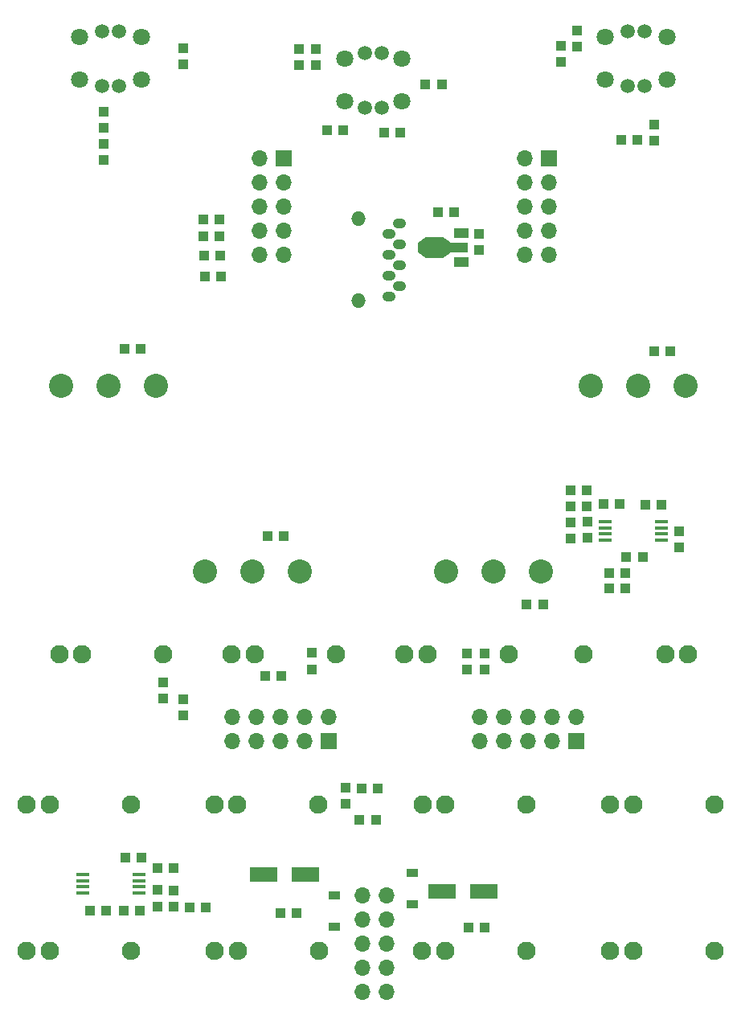
<source format=gbr>
G04 #@! TF.GenerationSoftware,KiCad,Pcbnew,7.0.1-0*
G04 #@! TF.CreationDate,2023-03-29T13:01:15-07:00*
G04 #@! TF.ProjectId,Kit-Trig-Sampler,4b69742d-5472-4696-972d-53616d706c65,rev?*
G04 #@! TF.SameCoordinates,PXb71b00PY73f50f0*
G04 #@! TF.FileFunction,Soldermask,Top*
G04 #@! TF.FilePolarity,Negative*
%FSLAX46Y46*%
G04 Gerber Fmt 4.6, Leading zero omitted, Abs format (unit mm)*
G04 Created by KiCad (PCBNEW 7.0.1-0) date 2023-03-29 13:01:15*
%MOMM*%
%LPD*%
G01*
G04 APERTURE LIST*
G04 Aperture macros list*
%AMOutline4P*
0 Free polygon, 4 corners , with rotation*
0 The origin of the aperture is its center*
0 number of corners: always 4*
0 $1 to $8 corner X, Y*
0 $9 Rotation angle, in degrees counterclockwise*
0 create outline with 4 corners*
4,1,4,$1,$2,$3,$4,$5,$6,$7,$8,$1,$2,$9*%
G04 Aperture macros list end*
%ADD10R,1.000000X1.000000*%
%ADD11R,1.200000X0.900000*%
%ADD12R,1.700000X1.700000*%
%ADD13O,1.700000X1.700000*%
%ADD14R,3.000000X1.600000*%
%ADD15R,1.450000X0.450000*%
%ADD16R,1.500000X1.000000*%
%ADD17R,1.800000X1.000000*%
%ADD18Outline4P,-1.100000X-0.500000X1.100000X-0.500000X0.400000X0.500000X-0.400000X0.500000X270.000000*%
%ADD19R,1.840000X2.200000*%
%ADD20Outline4P,-1.100000X-0.425000X1.100000X-0.425000X0.500000X0.425000X-0.500000X0.425000X90.000000*%
%ADD21C,1.930400*%
%ADD22C,1.800000*%
%ADD23C,1.500000*%
%ADD24O,1.397000X1.092200*%
%ADD25O,1.524000X1.524000*%
%ADD26C,2.540000*%
G04 APERTURE END LIST*
D10*
G04 #@! TO.C,C7*
X49060000Y10330000D03*
X50760000Y10330000D03*
G04 #@! TD*
G04 #@! TO.C,C17*
X31200000Y101210000D03*
X31200000Y102910000D03*
G04 #@! TD*
G04 #@! TO.C,R26*
X33000000Y102910000D03*
X33000000Y101210000D03*
G04 #@! TD*
G04 #@! TO.C,R2*
X50710000Y39230000D03*
X50710000Y37530000D03*
G04 #@! TD*
G04 #@! TO.C,R37*
X59760000Y54710000D03*
X61460000Y54710000D03*
G04 #@! TD*
D11*
G04 #@! TO.C,D2*
X34870000Y10420000D03*
X34870000Y13720000D03*
G04 #@! TD*
D10*
G04 #@! TO.C,R33*
X36050000Y23370000D03*
X36050000Y25070000D03*
G04 #@! TD*
D12*
G04 #@! TO.C,JC1*
X34351978Y30026200D03*
D13*
X34351978Y32566200D03*
X31811978Y30026200D03*
X31811978Y32566200D03*
X29271978Y30026200D03*
X29271978Y32566200D03*
X26731978Y30026200D03*
X26731978Y32566200D03*
X24191978Y30026200D03*
X24191978Y32566200D03*
G04 #@! TD*
D10*
G04 #@! TO.C,R16*
X68600000Y93260000D03*
X68600000Y94960000D03*
G04 #@! TD*
G04 #@! TO.C,C1*
X68620000Y71040000D03*
X70320000Y71040000D03*
G04 #@! TD*
D14*
G04 #@! TO.C,C4*
X46260000Y14130000D03*
X50660000Y14130000D03*
G04 #@! TD*
D10*
G04 #@! TO.C,R5*
X48870000Y39200000D03*
X48870000Y37500000D03*
G04 #@! TD*
G04 #@! TO.C,R14*
X16310000Y14290000D03*
X16310000Y12590000D03*
G04 #@! TD*
G04 #@! TO.C,R25*
X60490000Y104840000D03*
X60490000Y103140000D03*
G04 #@! TD*
G04 #@! TO.C,C15*
X14590000Y17740000D03*
X12890000Y17740000D03*
G04 #@! TD*
G04 #@! TO.C,C19*
X50110000Y81720000D03*
X50110000Y83420000D03*
G04 #@! TD*
G04 #@! TO.C,C20*
X45840000Y85680000D03*
X47540000Y85680000D03*
G04 #@! TD*
D11*
G04 #@! TO.C,D1*
X43160000Y16100000D03*
X43160000Y12800000D03*
G04 #@! TD*
D10*
G04 #@! TO.C,C13*
X69350000Y54880000D03*
X67650000Y54880000D03*
G04 #@! TD*
G04 #@! TO.C,R23*
X44510000Y99160000D03*
X46210000Y99160000D03*
G04 #@! TD*
G04 #@! TO.C,C9*
X27850000Y51610000D03*
X29550000Y51610000D03*
G04 #@! TD*
G04 #@! TO.C,R17*
X37570000Y21730000D03*
X39270000Y21730000D03*
G04 #@! TD*
D15*
G04 #@! TO.C,U1*
X69350000Y51155000D03*
X69350000Y51805000D03*
X69350000Y52455000D03*
X69350000Y53105000D03*
X63450000Y53105000D03*
X63450000Y52455000D03*
X63450000Y51805000D03*
X63450000Y51155000D03*
G04 #@! TD*
D10*
G04 #@! TO.C,R30*
X21080000Y83140000D03*
X22780000Y83140000D03*
G04 #@! TD*
G04 #@! TO.C,R21*
X10600000Y94580000D03*
X10600000Y96280000D03*
G04 #@! TD*
D13*
G04 #@! TO.C,J14*
X37830000Y13770000D03*
X40370000Y13770000D03*
X37830000Y11230000D03*
X40370000Y11230000D03*
X37830000Y8690000D03*
X40370000Y8690000D03*
X37830000Y6150000D03*
X40370000Y6150000D03*
X37830000Y3610000D03*
X40370000Y3610000D03*
G04 #@! TD*
D10*
G04 #@! TO.C,R4*
X16880000Y36160000D03*
X16880000Y34460000D03*
G04 #@! TD*
G04 #@! TO.C,R28*
X21090000Y84970000D03*
X22790000Y84970000D03*
G04 #@! TD*
G04 #@! TO.C,R40*
X65150000Y93320000D03*
X66850000Y93320000D03*
G04 #@! TD*
G04 #@! TO.C,R1*
X71220000Y50390000D03*
X71220000Y52090000D03*
G04 #@! TD*
G04 #@! TO.C,R41*
X10610000Y91170000D03*
X10610000Y92870000D03*
G04 #@! TD*
G04 #@! TO.C,R12*
X17990000Y16580000D03*
X16290000Y16580000D03*
G04 #@! TD*
G04 #@! TO.C,C8*
X30960000Y11900000D03*
X29260000Y11900000D03*
G04 #@! TD*
G04 #@! TO.C,R27*
X19030000Y103000000D03*
X19030000Y101300000D03*
G04 #@! TD*
G04 #@! TO.C,C6*
X63820000Y46070000D03*
X65520000Y46070000D03*
G04 #@! TD*
G04 #@! TO.C,R6*
X27630000Y36880000D03*
X29330000Y36880000D03*
G04 #@! TD*
G04 #@! TO.C,R9*
X59790000Y51360000D03*
X59790000Y53060000D03*
G04 #@! TD*
G04 #@! TO.C,R32*
X21210000Y81110000D03*
X22910000Y81110000D03*
G04 #@! TD*
G04 #@! TO.C,C2*
X12770000Y71290000D03*
X14470000Y71290000D03*
G04 #@! TD*
G04 #@! TO.C,R13*
X12710000Y12100000D03*
X14410000Y12100000D03*
G04 #@! TD*
G04 #@! TO.C,R19*
X34110000Y94320000D03*
X35810000Y94320000D03*
G04 #@! TD*
D14*
G04 #@! TO.C,C5*
X27460000Y15900000D03*
X31860000Y15900000D03*
G04 #@! TD*
D10*
G04 #@! TO.C,C14*
X9170000Y12130000D03*
X10870000Y12130000D03*
G04 #@! TD*
G04 #@! TO.C,R34*
X39490000Y24980000D03*
X37790000Y24980000D03*
G04 #@! TD*
D12*
G04 #@! TO.C,JA1*
X57542000Y91376192D03*
D13*
X55002000Y91376192D03*
X57542000Y88836192D03*
X55002000Y88836192D03*
X57542000Y86296192D03*
X55002000Y86296192D03*
X57542000Y83756192D03*
X55002000Y83756192D03*
X57542000Y81216192D03*
X55002000Y81216192D03*
G04 #@! TD*
D10*
G04 #@! TO.C,R31*
X21300000Y78960000D03*
X23000000Y78960000D03*
G04 #@! TD*
D15*
G04 #@! TO.C,U2*
X14310000Y13985000D03*
X14310000Y14635000D03*
X14310000Y15285000D03*
X14310000Y15935000D03*
X8410000Y15935000D03*
X8410000Y15285000D03*
X8410000Y14635000D03*
X8410000Y13985000D03*
G04 #@! TD*
D10*
G04 #@! TO.C,R7*
X19010000Y32660000D03*
X19010000Y34360000D03*
G04 #@! TD*
D16*
G04 #@! TO.C,U3*
X48260000Y80480000D03*
D17*
X48113500Y81980000D03*
D18*
X46856200Y81980000D03*
D19*
X45446500Y81980000D03*
D20*
X44113000Y81980000D03*
D16*
X48260000Y83480000D03*
G04 #@! TD*
D10*
G04 #@! TO.C,C12*
X64940000Y54950000D03*
X63240000Y54950000D03*
G04 #@! TD*
G04 #@! TO.C,C16*
X58740000Y103210000D03*
X58740000Y101510000D03*
G04 #@! TD*
G04 #@! TO.C,R11*
X61500000Y56380000D03*
X59800000Y56380000D03*
G04 #@! TD*
G04 #@! TO.C,R10*
X63870000Y47690000D03*
X65570000Y47690000D03*
G04 #@! TD*
G04 #@! TO.C,R15*
X19640000Y12470000D03*
X21340000Y12470000D03*
G04 #@! TD*
G04 #@! TO.C,C11*
X17980000Y14230000D03*
X17980000Y12530000D03*
G04 #@! TD*
G04 #@! TO.C,R18*
X41890000Y94110000D03*
X40190000Y94110000D03*
G04 #@! TD*
D12*
G04 #@! TO.C,JB1*
X60352002Y30026200D03*
D13*
X60352002Y32566200D03*
X57812002Y30026200D03*
X57812002Y32566200D03*
X55272002Y30026200D03*
X55272002Y32566200D03*
X52732002Y30026200D03*
X52732002Y32566200D03*
X50192002Y30026200D03*
X50192002Y32566200D03*
G04 #@! TD*
D10*
G04 #@! TO.C,R8*
X67380000Y49400000D03*
X65680000Y49400000D03*
G04 #@! TD*
G04 #@! TO.C,C3*
X61570000Y51420000D03*
X61570000Y53120000D03*
G04 #@! TD*
D12*
G04 #@! TO.C,JD1*
X29541980Y91376192D03*
D13*
X27001980Y91376192D03*
X29541980Y88836192D03*
X27001980Y88836192D03*
X29541980Y86296192D03*
X27001980Y86296192D03*
X29541980Y83756192D03*
X27001980Y83756192D03*
X29541980Y81216192D03*
X27001980Y81216192D03*
G04 #@! TD*
D10*
G04 #@! TO.C,R3*
X32530000Y39270000D03*
X32530000Y37570000D03*
G04 #@! TD*
G04 #@! TO.C,C10*
X55180000Y44410000D03*
X56880000Y44410000D03*
G04 #@! TD*
D21*
G04 #@! TO.C,J10*
X55164000Y23332764D03*
X44191200Y23332764D03*
X46604200Y23332764D03*
G04 #@! TD*
D22*
G04 #@! TO.C,Bank_But1*
X69950000Y104132764D03*
X63450000Y104132764D03*
X69950000Y99632764D03*
X63450000Y99632764D03*
D23*
X67600000Y104782764D03*
X65800000Y104782764D03*
X65800000Y98982764D03*
X67600000Y98982764D03*
G04 #@! TD*
D24*
G04 #@! TO.C,SD1*
X40630000Y76850249D03*
X41729820Y77950069D03*
X40630000Y79050143D03*
X41729820Y80149963D03*
X40630000Y81250037D03*
X41729820Y82349857D03*
X40630000Y83449931D03*
X41729820Y84549751D03*
D25*
X37460080Y76407400D03*
X37460080Y84992600D03*
G04 #@! TD*
D26*
G04 #@! TO.C,POT_LENGTH1*
X31300000Y47866000D03*
X26300000Y47866000D03*
X21300000Y47866000D03*
G04 #@! TD*
D21*
G04 #@! TO.C,J2*
X35057000Y39132764D03*
X24084200Y39132764D03*
X26497200Y39132764D03*
G04 #@! TD*
D26*
G04 #@! TO.C,POT_PITCH1*
X71900000Y67453764D03*
X66900000Y67453764D03*
X61900000Y67453764D03*
G04 #@! TD*
D21*
G04 #@! TO.C,J7*
X33277000Y7907764D03*
X22304200Y7907764D03*
X24717200Y7907764D03*
G04 #@! TD*
G04 #@! TO.C,J6*
X13482000Y23332764D03*
X2509200Y23332764D03*
X4922200Y23332764D03*
G04 #@! TD*
G04 #@! TO.C,J4*
X61193000Y39132764D03*
X72165800Y39132764D03*
X69752800Y39132764D03*
G04 #@! TD*
D22*
G04 #@! TO.C,REV_BUT1*
X14550000Y104132764D03*
X8050000Y104132764D03*
X14550000Y99632764D03*
X8050000Y99632764D03*
D23*
X12200000Y104782764D03*
X10400000Y104782764D03*
X10400000Y98982764D03*
X12200000Y98982764D03*
G04 #@! TD*
D21*
G04 #@! TO.C,J5*
X13482000Y7907764D03*
X2509200Y7907764D03*
X4922200Y7907764D03*
G04 #@! TD*
G04 #@! TO.C,J9*
X55137000Y7907764D03*
X44164200Y7907764D03*
X46577200Y7907764D03*
G04 #@! TD*
G04 #@! TO.C,J8*
X74932000Y23332764D03*
X63959200Y23332764D03*
X66372200Y23332764D03*
G04 #@! TD*
G04 #@! TO.C,J1*
X53282000Y39132764D03*
X42309200Y39132764D03*
X44722200Y39132764D03*
G04 #@! TD*
G04 #@! TO.C,J11*
X74932000Y7907764D03*
X63959200Y7907764D03*
X66372200Y7907764D03*
G04 #@! TD*
G04 #@! TO.C,J13*
X33250000Y23332764D03*
X22277200Y23332764D03*
X24690200Y23332764D03*
G04 #@! TD*
D26*
G04 #@! TO.C,POT_START1*
X56700000Y47821681D03*
X51700000Y47821681D03*
X46700000Y47821681D03*
G04 #@! TD*
D22*
G04 #@! TO.C,PLAY_BUT1*
X41996000Y101857764D03*
X36004000Y101857764D03*
X41996000Y97357764D03*
X36004000Y97357764D03*
D23*
X39900000Y102507764D03*
X38100000Y102507764D03*
X38100000Y96707764D03*
X39900000Y96707764D03*
G04 #@! TD*
D26*
G04 #@! TO.C,POT_SAMP1*
X16100000Y67453764D03*
X11100000Y67453764D03*
X6100000Y67453764D03*
G04 #@! TD*
D21*
G04 #@! TO.C,J3*
X16882000Y39132764D03*
X5909200Y39132764D03*
X8322200Y39132764D03*
G04 #@! TD*
M02*

</source>
